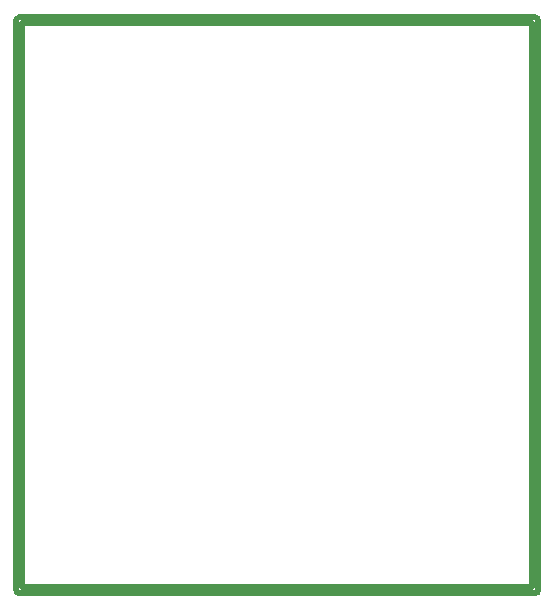
<source format=gko>
G04*
G04 #@! TF.GenerationSoftware,Altium Limited,Altium Designer,21.3.2 (30)*
G04*
G04 Layer_Color=16711935*
%FSTAX25Y25*%
%MOIN*%
G70*
G04*
G04 #@! TF.SameCoordinates,0A4AD645-AEA6-451A-A6B0-79CA1E045321*
G04*
G04*
G04 #@! TF.FilePolarity,Positive*
G04*
G01*
G75*
%ADD91C,0.02000*%
D91*
X04585Y03935D02*
G03*
X04575Y03945I-0001J0D01*
G01*
X04585Y03935D02*
G03*
X04575Y03945I-0001J0D01*
G01*
Y02025D02*
G03*
X04585Y02035I0J0001D01*
G01*
X04575Y02025D02*
G03*
X04585Y02035I0J0001D01*
G01*
X02855Y03945D02*
G03*
X02845Y03935I0J-0001D01*
G01*
X02855Y03945D02*
G03*
X02845Y03935I0J-0001D01*
G01*
Y02035D02*
G03*
X02855Y02025I0001J0D01*
G01*
X02845Y02035D02*
G03*
X02855Y02025I0001J0D01*
G01*
X02865Y02045D02*
Y03925D01*
X04565Y02045D02*
Y03925D01*
X04585Y02035D02*
Y03935D01*
X02865Y03925D02*
X04565D01*
X02855Y03945D02*
X04575D01*
X02865Y02045D02*
X04565D01*
X02855Y02025D02*
X04575D01*
X02845Y02035D02*
Y03935D01*
M02*

</source>
